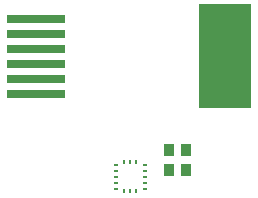
<source format=gtp>
G04 #@! TF.FileFunction,Paste,Top*
%FSLAX46Y46*%
G04 Gerber Fmt 4.6, Leading zero omitted, Abs format (unit mm)*
G04 Created by KiCad (PCBNEW 4.0.6-e0-6349~53~ubuntu16.04.1) date Sat Jul 29 16:24:50 2017*
%MOMM*%
%LPD*%
G01*
G04 APERTURE LIST*
%ADD10C,0.150000*%
%ADD11R,5.000000X0.760000*%
%ADD12R,4.500000X8.800000*%
%ADD13R,0.350000X0.250000*%
%ADD14R,0.250000X0.350000*%
%ADD15R,0.899160X1.000760*%
%ADD16R,0.900000X1.000000*%
G04 APERTURE END LIST*
D10*
D11*
X144000000Y-95425000D03*
X144000000Y-97965000D03*
X144000000Y-100505000D03*
X144000000Y-99235000D03*
X144000000Y-101775000D03*
X144000000Y-96695000D03*
D12*
X160050000Y-98600000D03*
D13*
X153225000Y-109800000D03*
X153225000Y-109300000D03*
D14*
X152500000Y-107575000D03*
D13*
X153225000Y-107800000D03*
X150775000Y-107800000D03*
X150775000Y-109800000D03*
X150775000Y-108300000D03*
D14*
X151500000Y-107575000D03*
D13*
X150775000Y-108800000D03*
X150775000Y-109300000D03*
X153225000Y-108300000D03*
X153225000Y-108800000D03*
D14*
X152000000Y-107575000D03*
X152000000Y-110025000D03*
X152500000Y-110025000D03*
X151500000Y-110025000D03*
D15*
X156751840Y-108250000D03*
D16*
X155248160Y-108250000D03*
D15*
X156751840Y-106500000D03*
D16*
X155248160Y-106500000D03*
M02*

</source>
